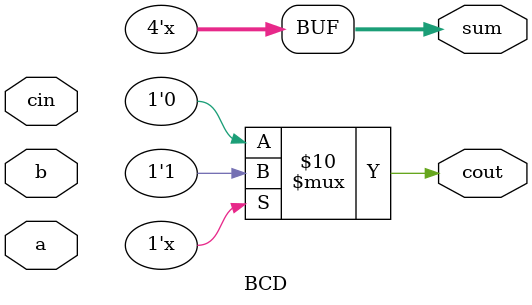
<source format=v>
module BCD(input[3:0] a,
input[3:0] b,
input cin,
output reg [3:0] sum,
output reg cout

    );
    reg [4:0] temp;
    always@(*)
begin
    temp<=a+b+cin;
    if(temp>4'b1001)
        begin
    cout<=1;
    sum<=temp+4'b0110;
        end
    else 
        begin
    cout<=0;
    sum<=temp;
        end
end
    
    
    
    
    
endmodule

</source>
